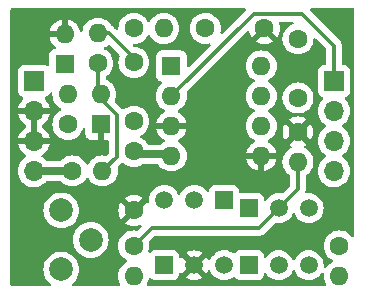
<source format=gbl>
%TF.GenerationSoftware,KiCad,Pcbnew,7.0.2-0*%
%TF.CreationDate,2023-07-19T22:29:02+01:00*%
%TF.ProjectId,serge-gain-cell,73657267-652d-4676-9169-6e2d63656c6c,rev?*%
%TF.SameCoordinates,Original*%
%TF.FileFunction,Copper,L2,Bot*%
%TF.FilePolarity,Positive*%
%FSLAX46Y46*%
G04 Gerber Fmt 4.6, Leading zero omitted, Abs format (unit mm)*
G04 Created by KiCad (PCBNEW 7.0.2-0) date 2023-07-19 22:29:02*
%MOMM*%
%LPD*%
G01*
G04 APERTURE LIST*
%TA.AperFunction,ComponentPad*%
%ADD10C,1.600000*%
%TD*%
%TA.AperFunction,ComponentPad*%
%ADD11O,1.600000X1.600000*%
%TD*%
%TA.AperFunction,ComponentPad*%
%ADD12R,1.500000X1.500000*%
%TD*%
%TA.AperFunction,ComponentPad*%
%ADD13C,1.500000*%
%TD*%
%TA.AperFunction,ComponentPad*%
%ADD14C,2.000000*%
%TD*%
%TA.AperFunction,ComponentPad*%
%ADD15R,1.600000X1.600000*%
%TD*%
%TA.AperFunction,ComponentPad*%
%ADD16R,1.700000X1.700000*%
%TD*%
%TA.AperFunction,ComponentPad*%
%ADD17O,1.700000X1.700000*%
%TD*%
%TA.AperFunction,ViaPad*%
%ADD18C,0.762000*%
%TD*%
%TA.AperFunction,Conductor*%
%ADD19C,0.304800*%
%TD*%
%TA.AperFunction,Conductor*%
%ADD20C,0.635000*%
%TD*%
G04 APERTURE END LIST*
D10*
%TO.P,C2,2*%
%TO.N,/FB*%
X179120800Y-101266000D03*
%TO.P,C2,1*%
%TO.N,/Out*%
X179120800Y-96266000D03*
%TD*%
%TO.P,C4,1*%
%TO.N,-12V*%
X165227000Y-105791000D03*
%TO.P,C4,2*%
%TO.N,GNDREF*%
X165227000Y-110791000D03*
%TD*%
%TO.P,R7,1*%
%TO.N,GNDREF*%
X179120800Y-104140000D03*
D11*
%TO.P,R7,2*%
%TO.N,Net-(Q4-B)*%
X179120800Y-106680000D03*
%TD*%
D10*
%TO.P,R2,1*%
%TO.N,Net-(D2-A)*%
X162179000Y-98327000D03*
D11*
%TO.P,R2,2*%
%TO.N,Net-(C1-Pad1)*%
X162179000Y-95787000D03*
%TD*%
D12*
%TO.P,Q1,1,E*%
%TO.N,Net-(D2-A)*%
X167792400Y-115417600D03*
D13*
%TO.P,Q1,2,B*%
%TO.N,GNDREF*%
X170332400Y-115417600D03*
%TO.P,Q1,3,C*%
%TO.N,/In*%
X172872400Y-115417600D03*
%TD*%
D10*
%TO.P,C3,1*%
%TO.N,GNDREF*%
X176276000Y-95377000D03*
%TO.P,C3,2*%
%TO.N,+12V*%
X171276000Y-95377000D03*
%TD*%
D14*
%TO.P,RV1,1,1*%
%TO.N,-12V*%
X159074800Y-110784000D03*
%TO.P,RV1,2,2*%
%TO.N,Net-(R6-Pad2)*%
X161574800Y-113284000D03*
%TO.P,RV1,3,3*%
%TO.N,+12V*%
X159074800Y-115784000D03*
%TD*%
D10*
%TO.P,R4,1*%
%TO.N,-12V*%
X160020000Y-107442000D03*
D11*
%TO.P,R4,2*%
%TO.N,Net-(D2-A)*%
X162560000Y-107442000D03*
%TD*%
D10*
%TO.P,R5,1*%
%TO.N,/CV*%
X182626000Y-113792000D03*
D11*
%TO.P,R5,2*%
%TO.N,Net-(Q2-B)*%
X182626000Y-116332000D03*
%TD*%
%TO.P,D1,2,A*%
%TO.N,GNDREF*%
X159385000Y-95885000D03*
D15*
%TO.P,D1,1,K*%
%TO.N,Net-(D1-K)*%
X159385000Y-98425000D03*
%TD*%
D10*
%TO.P,C1,1*%
%TO.N,Net-(C1-Pad1)*%
X165227000Y-98247200D03*
%TO.P,C1,2*%
%TO.N,/In*%
X165227000Y-103247200D03*
%TD*%
D13*
%TO.P,Q2,3,C*%
%TO.N,/In*%
X167792400Y-109880400D03*
%TO.P,Q2,2,B*%
%TO.N,Net-(Q2-B)*%
X170332400Y-109880400D03*
D12*
%TO.P,Q2,1,E*%
%TO.N,Net-(D1-K)*%
X172872400Y-109880400D03*
%TD*%
D11*
%TO.P,R3,2*%
%TO.N,+12V*%
X167763400Y-95377000D03*
D10*
%TO.P,R3,1*%
%TO.N,Net-(D1-K)*%
X165223400Y-95377000D03*
%TD*%
D13*
%TO.P,Q4,3,C*%
%TO.N,/FB*%
X180035200Y-110591600D03*
%TO.P,Q4,2,B*%
%TO.N,Net-(Q4-B)*%
X177495200Y-110591600D03*
D12*
%TO.P,Q4,1,E*%
%TO.N,Net-(D1-K)*%
X174955200Y-110591600D03*
%TD*%
D10*
%TO.P,R1,1*%
%TO.N,Net-(C1-Pad1)*%
X159639000Y-103505000D03*
D11*
%TO.P,R1,2*%
%TO.N,Net-(D1-K)*%
X159639000Y-100965000D03*
%TD*%
D10*
%TO.P,R6,1*%
%TO.N,Net-(Q4-B)*%
X165201600Y-113792000D03*
D11*
%TO.P,R6,2*%
%TO.N,Net-(R6-Pad2)*%
X165201600Y-116332000D03*
%TD*%
%TO.P,U1,8,V+*%
%TO.N,+12V*%
X176022000Y-98552000D03*
%TO.P,U1,7*%
%TO.N,/Out*%
X176022000Y-101092000D03*
%TO.P,U1,6,-*%
%TO.N,/FB*%
X176022000Y-103632000D03*
%TO.P,U1,5,+*%
%TO.N,GNDREF*%
X176022000Y-106172000D03*
%TO.P,U1,4,V-*%
%TO.N,-12V*%
X168402000Y-106172000D03*
%TO.P,U1,3,+*%
%TO.N,GNDREF*%
X168402000Y-103632000D03*
%TO.P,U1,2,-*%
%TO.N,/In*%
X168402000Y-101092000D03*
D15*
%TO.P,U1,1*%
%TO.N,Net-(C1-Pad1)*%
X168402000Y-98552000D03*
%TD*%
D11*
%TO.P,D2,2,A*%
%TO.N,Net-(D2-A)*%
X162433000Y-100965000D03*
D15*
%TO.P,D2,1,K*%
%TO.N,GNDREF*%
X162433000Y-103505000D03*
%TD*%
D12*
%TO.P,Q3,1,E*%
%TO.N,Net-(D2-A)*%
X174955200Y-115417600D03*
D13*
%TO.P,Q3,2,B*%
%TO.N,Net-(Q2-B)*%
X177495200Y-115417600D03*
%TO.P,Q3,3,C*%
%TO.N,/FB*%
X180035200Y-115417600D03*
%TD*%
D16*
%TO.P,J2,1,Pin_1*%
%TO.N,/In*%
X182168800Y-99822000D03*
D17*
%TO.P,J2,2,Pin_2*%
%TO.N,/Out*%
X182168800Y-102362000D03*
%TO.P,J2,3,Pin_3*%
%TO.N,/FB*%
X182168800Y-104902000D03*
%TO.P,J2,4,Pin_4*%
%TO.N,/CV*%
X182168800Y-107442000D03*
%TD*%
%TO.P,J3,4,Pin_4*%
%TO.N,-12V*%
X156768800Y-107442000D03*
%TO.P,J3,3,Pin_3*%
%TO.N,GNDREF*%
X156768800Y-104902000D03*
%TO.P,J3,2,Pin_2*%
X156768800Y-102362000D03*
D16*
%TO.P,J3,1,Pin_1*%
%TO.N,+12V*%
X156768800Y-99822000D03*
%TD*%
D18*
%TO.N,GNDREF*%
X158597600Y-113284000D03*
%TD*%
D19*
%TO.N,Net-(D2-A)*%
X162433000Y-100965000D02*
X162433000Y-101320600D01*
X162433000Y-101320600D02*
X163779200Y-102666800D01*
X163779200Y-102666800D02*
X163779200Y-106222800D01*
X163779200Y-106222800D02*
X162560000Y-107442000D01*
%TO.N,/In*%
X182168800Y-99822000D02*
X182168800Y-96824800D01*
X182168800Y-96824800D02*
X179476400Y-94132400D01*
D20*
%TO.N,-12V*%
X156768800Y-107442000D02*
X160020000Y-107442000D01*
D19*
%TO.N,/In*%
X168402000Y-101092000D02*
X175361600Y-94132400D01*
X175361600Y-94132400D02*
X179476400Y-94132400D01*
%TO.N,Net-(Q4-B)*%
X177495200Y-110591600D02*
X179120800Y-108966000D01*
X179120800Y-108966000D02*
X179120800Y-106680000D01*
X165201600Y-113792000D02*
X166725600Y-112268000D01*
X166725600Y-112268000D02*
X175818800Y-112268000D01*
X175818800Y-112268000D02*
X177495200Y-110591600D01*
D20*
%TO.N,-12V*%
X165481000Y-106045000D02*
X168275000Y-106045000D01*
D19*
%TO.N,Net-(D2-A)*%
X162179000Y-98327000D02*
X162179000Y-100711000D01*
%TO.N,Net-(C1-Pad1)*%
X165227000Y-97917000D02*
X163097000Y-95787000D01*
X163097000Y-95787000D02*
X162179000Y-95787000D01*
%TD*%
%TA.AperFunction,Conductor*%
%TO.N,GNDREF*%
G36*
X174656122Y-93690585D02*
G01*
X174701877Y-93743389D01*
X174711821Y-93812547D01*
X174682796Y-93876103D01*
X174676764Y-93882581D01*
X172755957Y-95803387D01*
X172694634Y-95836872D01*
X172624942Y-95831888D01*
X172569009Y-95790016D01*
X172544592Y-95724552D01*
X172548502Y-95683611D01*
X172549393Y-95680289D01*
X172569543Y-95605087D01*
X172589498Y-95377000D01*
X172569543Y-95148913D01*
X172510284Y-94927757D01*
X172413523Y-94720251D01*
X172282198Y-94532700D01*
X172120300Y-94370802D01*
X171932749Y-94239477D01*
X171932746Y-94239476D01*
X171932744Y-94239474D01*
X171725246Y-94142717D01*
X171725243Y-94142716D01*
X171614665Y-94113086D01*
X171504084Y-94083456D01*
X171275999Y-94063501D01*
X171047915Y-94083456D01*
X170826753Y-94142717D01*
X170619255Y-94239474D01*
X170431696Y-94370805D01*
X170269805Y-94532696D01*
X170138474Y-94720255D01*
X170041717Y-94927753D01*
X169982456Y-95148915D01*
X169962501Y-95377000D01*
X169982456Y-95605084D01*
X169995462Y-95653621D01*
X170040934Y-95823326D01*
X170041717Y-95826246D01*
X170138474Y-96033744D01*
X170138475Y-96033745D01*
X170138477Y-96033749D01*
X170269802Y-96221300D01*
X170431700Y-96383198D01*
X170619251Y-96514523D01*
X170619254Y-96514524D01*
X170619255Y-96514525D01*
X170621151Y-96515409D01*
X170826757Y-96611284D01*
X171047913Y-96670543D01*
X171276000Y-96690498D01*
X171504087Y-96670543D01*
X171523001Y-96665475D01*
X171582612Y-96649502D01*
X171652461Y-96651163D01*
X171710324Y-96690325D01*
X171737829Y-96754553D01*
X171726243Y-96823455D01*
X171702387Y-96856957D01*
X169922181Y-98637164D01*
X169860858Y-98670649D01*
X169791166Y-98665665D01*
X169735233Y-98623793D01*
X169710816Y-98558329D01*
X169710500Y-98549483D01*
X169710500Y-97706671D01*
X169710500Y-97703362D01*
X169703989Y-97642799D01*
X169703988Y-97642797D01*
X169703988Y-97642794D01*
X169652889Y-97505796D01*
X169565261Y-97388738D01*
X169448203Y-97301110D01*
X169311205Y-97250011D01*
X169253924Y-97243853D01*
X169253918Y-97243852D01*
X169250638Y-97243500D01*
X167553362Y-97243500D01*
X167550082Y-97243852D01*
X167550075Y-97243853D01*
X167492794Y-97250011D01*
X167355796Y-97301110D01*
X167238738Y-97388738D01*
X167151110Y-97505796D01*
X167100011Y-97642794D01*
X167093853Y-97700075D01*
X167093500Y-97703362D01*
X167093500Y-99400638D01*
X167093852Y-99403918D01*
X167093853Y-99403924D01*
X167100011Y-99461205D01*
X167151110Y-99598203D01*
X167238738Y-99715261D01*
X167355796Y-99802889D01*
X167492794Y-99853988D01*
X167492797Y-99853988D01*
X167492799Y-99853989D01*
X167507497Y-99855569D01*
X167572048Y-99882307D01*
X167611897Y-99939699D01*
X167614391Y-100009524D01*
X167578739Y-100069613D01*
X167565368Y-100080433D01*
X167557698Y-100085803D01*
X167395805Y-100247696D01*
X167264474Y-100435255D01*
X167167717Y-100642753D01*
X167108456Y-100863915D01*
X167088501Y-101092000D01*
X167108456Y-101320084D01*
X167133686Y-101414243D01*
X167155080Y-101494087D01*
X167167717Y-101541246D01*
X167264474Y-101748744D01*
X167264476Y-101748746D01*
X167264477Y-101748749D01*
X167395802Y-101936300D01*
X167557700Y-102098198D01*
X167745251Y-102229523D01*
X167798401Y-102254307D01*
X167850839Y-102300477D01*
X167869992Y-102367670D01*
X167849777Y-102434552D01*
X167798403Y-102479069D01*
X167749520Y-102501864D01*
X167563180Y-102632341D01*
X167402341Y-102793180D01*
X167271865Y-102979519D01*
X167175733Y-103185673D01*
X167123128Y-103381999D01*
X167123128Y-103382000D01*
X168086314Y-103382000D01*
X168074359Y-103393955D01*
X168016835Y-103506852D01*
X167997014Y-103632000D01*
X168016835Y-103757148D01*
X168074359Y-103870045D01*
X168086314Y-103882000D01*
X167123128Y-103882000D01*
X167175733Y-104078326D01*
X167271865Y-104284480D01*
X167402341Y-104470819D01*
X167563180Y-104631658D01*
X167749516Y-104762132D01*
X167798400Y-104784927D01*
X167850839Y-104831099D01*
X167869992Y-104898292D01*
X167849777Y-104965174D01*
X167798402Y-105009691D01*
X167745256Y-105034474D01*
X167745255Y-105034475D01*
X167745251Y-105034477D01*
X167557700Y-105165802D01*
X167557696Y-105165805D01*
X167540821Y-105182681D01*
X167479498Y-105216166D01*
X167453140Y-105219000D01*
X166483039Y-105219000D01*
X166416000Y-105199315D01*
X166370658Y-105147406D01*
X166364525Y-105134256D01*
X166364523Y-105134251D01*
X166233198Y-104946700D01*
X166071300Y-104784802D01*
X165883749Y-104653477D01*
X165836577Y-104631480D01*
X165784140Y-104585311D01*
X165764988Y-104518117D01*
X165785203Y-104451236D01*
X165836577Y-104406719D01*
X165883749Y-104384723D01*
X166071300Y-104253398D01*
X166233198Y-104091500D01*
X166364523Y-103903949D01*
X166461284Y-103696443D01*
X166520543Y-103475287D01*
X166540498Y-103247200D01*
X166520543Y-103019113D01*
X166461284Y-102797957D01*
X166394094Y-102653867D01*
X166364525Y-102590455D01*
X166364524Y-102590454D01*
X166364523Y-102590451D01*
X166233198Y-102402900D01*
X166071300Y-102241002D01*
X165883749Y-102109677D01*
X165883746Y-102109676D01*
X165883744Y-102109674D01*
X165676246Y-102012917D01*
X165676243Y-102012916D01*
X165565664Y-101983286D01*
X165455084Y-101953656D01*
X165227000Y-101933701D01*
X164998915Y-101953656D01*
X164777753Y-102012917D01*
X164570251Y-102109676D01*
X164413969Y-102219106D01*
X164347763Y-102241433D01*
X164279996Y-102224423D01*
X164260620Y-102210347D01*
X164235203Y-102187830D01*
X164229748Y-102182695D01*
X163663171Y-101616118D01*
X163629686Y-101554795D01*
X163634670Y-101485103D01*
X163638462Y-101476050D01*
X163667284Y-101414243D01*
X163726543Y-101193087D01*
X163746498Y-100965000D01*
X163726543Y-100736913D01*
X163667284Y-100515757D01*
X163570523Y-100308251D01*
X163439198Y-100120700D01*
X163277300Y-99958802D01*
X163089749Y-99827477D01*
X162932468Y-99754136D01*
X162911495Y-99744356D01*
X162859056Y-99698184D01*
X162839900Y-99631974D01*
X162839900Y-99526166D01*
X162859585Y-99459127D01*
X162892773Y-99424593D01*
X163023300Y-99333198D01*
X163185198Y-99171300D01*
X163316523Y-98983749D01*
X163413284Y-98776243D01*
X163472543Y-98555087D01*
X163492498Y-98327000D01*
X163472543Y-98098913D01*
X163413284Y-97877757D01*
X163316523Y-97670251D01*
X163185198Y-97482700D01*
X163023300Y-97320802D01*
X162835749Y-97189477D01*
X162792653Y-97169381D01*
X162740214Y-97123208D01*
X162721063Y-97056014D01*
X162741279Y-96989133D01*
X162792654Y-96944618D01*
X162835749Y-96924523D01*
X163023300Y-96793198D01*
X163023302Y-96793195D01*
X163023496Y-96793060D01*
X163089702Y-96770733D01*
X163157470Y-96787743D01*
X163182301Y-96806954D01*
X163988750Y-97613403D01*
X164022235Y-97674726D01*
X164017251Y-97744418D01*
X164013452Y-97753487D01*
X163992716Y-97797955D01*
X163933456Y-98019115D01*
X163913501Y-98247199D01*
X163933456Y-98475284D01*
X163955708Y-98558329D01*
X163985804Y-98670649D01*
X163992717Y-98696446D01*
X164089474Y-98903944D01*
X164089476Y-98903946D01*
X164089477Y-98903949D01*
X164220802Y-99091500D01*
X164382700Y-99253398D01*
X164570251Y-99384723D01*
X164570254Y-99384724D01*
X164570255Y-99384725D01*
X164604381Y-99400638D01*
X164777757Y-99481484D01*
X164998913Y-99540743D01*
X165227000Y-99560698D01*
X165455087Y-99540743D01*
X165676243Y-99481484D01*
X165883749Y-99384723D01*
X166071300Y-99253398D01*
X166233198Y-99091500D01*
X166364523Y-98903949D01*
X166461284Y-98696443D01*
X166520543Y-98475287D01*
X166540498Y-98247200D01*
X166520543Y-98019113D01*
X166461284Y-97797957D01*
X166364523Y-97590451D01*
X166233198Y-97402900D01*
X166071300Y-97241002D01*
X165883749Y-97109677D01*
X165883746Y-97109676D01*
X165883744Y-97109674D01*
X165676246Y-97012917D01*
X165676243Y-97012916D01*
X165501491Y-96966091D01*
X165455084Y-96953656D01*
X165247219Y-96935470D01*
X165182151Y-96910017D01*
X165141172Y-96853427D01*
X165137294Y-96783665D01*
X165171748Y-96722880D01*
X165233595Y-96690373D01*
X165247220Y-96688414D01*
X165451487Y-96670543D01*
X165672643Y-96611284D01*
X165880149Y-96514523D01*
X166067700Y-96383198D01*
X166229598Y-96221300D01*
X166360923Y-96033749D01*
X166381017Y-95990655D01*
X166427190Y-95938215D01*
X166494383Y-95919063D01*
X166561264Y-95939278D01*
X166605782Y-95990655D01*
X166625877Y-96033749D01*
X166757202Y-96221300D01*
X166919100Y-96383198D01*
X167106651Y-96514523D01*
X167106654Y-96514524D01*
X167106655Y-96514525D01*
X167108551Y-96515409D01*
X167314157Y-96611284D01*
X167535313Y-96670543D01*
X167665879Y-96681966D01*
X167763399Y-96690498D01*
X167763399Y-96690497D01*
X167763400Y-96690498D01*
X167991487Y-96670543D01*
X168212643Y-96611284D01*
X168420149Y-96514523D01*
X168607700Y-96383198D01*
X168769598Y-96221300D01*
X168900923Y-96033749D01*
X168997684Y-95826243D01*
X169056943Y-95605087D01*
X169076898Y-95377000D01*
X169056943Y-95148913D01*
X168997684Y-94927757D01*
X168900923Y-94720251D01*
X168769598Y-94532700D01*
X168607700Y-94370802D01*
X168420149Y-94239477D01*
X168420146Y-94239476D01*
X168420144Y-94239474D01*
X168212646Y-94142717D01*
X168212643Y-94142716D01*
X168102065Y-94113086D01*
X167991484Y-94083456D01*
X167763400Y-94063501D01*
X167535315Y-94083456D01*
X167314153Y-94142717D01*
X167106655Y-94239474D01*
X166919096Y-94370805D01*
X166757205Y-94532696D01*
X166757202Y-94532699D01*
X166757202Y-94532700D01*
X166625877Y-94720251D01*
X166625875Y-94720254D01*
X166605780Y-94763347D01*
X166559607Y-94815785D01*
X166492413Y-94834936D01*
X166425532Y-94814719D01*
X166381018Y-94763345D01*
X166360923Y-94720251D01*
X166229598Y-94532700D01*
X166067700Y-94370802D01*
X165880149Y-94239477D01*
X165880146Y-94239476D01*
X165880144Y-94239474D01*
X165672646Y-94142717D01*
X165672643Y-94142716D01*
X165562065Y-94113086D01*
X165451484Y-94083456D01*
X165223400Y-94063501D01*
X164995315Y-94083456D01*
X164774153Y-94142717D01*
X164566655Y-94239474D01*
X164379096Y-94370805D01*
X164217205Y-94532696D01*
X164085874Y-94720255D01*
X163989117Y-94927753D01*
X163929856Y-95148915D01*
X163909888Y-95377151D01*
X163884436Y-95442220D01*
X163827845Y-95483199D01*
X163758083Y-95487077D01*
X163698679Y-95454026D01*
X163666349Y-95421696D01*
X163581094Y-95336441D01*
X163575977Y-95331005D01*
X163575268Y-95330205D01*
X163538477Y-95288676D01*
X163534422Y-95285877D01*
X163491943Y-95256555D01*
X163485911Y-95252117D01*
X163441419Y-95217260D01*
X163433281Y-95213597D01*
X163413739Y-95202575D01*
X163406393Y-95197505D01*
X163406391Y-95197504D01*
X163382427Y-95188415D01*
X163326726Y-95146237D01*
X163321128Y-95136828D01*
X163315281Y-95128477D01*
X163185198Y-94942700D01*
X163023300Y-94780802D01*
X162835749Y-94649477D01*
X162835746Y-94649476D01*
X162835744Y-94649474D01*
X162628246Y-94552717D01*
X162628243Y-94552716D01*
X162517664Y-94523086D01*
X162407084Y-94493456D01*
X162179000Y-94473501D01*
X161950915Y-94493456D01*
X161729753Y-94552717D01*
X161522255Y-94649474D01*
X161334696Y-94780805D01*
X161172805Y-94942696D01*
X161041474Y-95130255D01*
X160944717Y-95337752D01*
X160884245Y-95563433D01*
X160847879Y-95623093D01*
X160785032Y-95653621D01*
X160715656Y-95645326D01*
X160661779Y-95600840D01*
X160644695Y-95563431D01*
X160611266Y-95438674D01*
X160515134Y-95232519D01*
X160384658Y-95046180D01*
X160223819Y-94885341D01*
X160037480Y-94754865D01*
X159831326Y-94658733D01*
X159635000Y-94606126D01*
X159635000Y-95569314D01*
X159623045Y-95557359D01*
X159510148Y-95499835D01*
X159416481Y-95485000D01*
X159353519Y-95485000D01*
X159259852Y-95499835D01*
X159146955Y-95557359D01*
X159135000Y-95569314D01*
X159135000Y-94606127D01*
X159134999Y-94606126D01*
X158938673Y-94658733D01*
X158732519Y-94754865D01*
X158546180Y-94885341D01*
X158385341Y-95046180D01*
X158254865Y-95232519D01*
X158158733Y-95438673D01*
X158106128Y-95634999D01*
X158106128Y-95635000D01*
X159069314Y-95635000D01*
X159057359Y-95646955D01*
X158999835Y-95759852D01*
X158980014Y-95885000D01*
X158999835Y-96010148D01*
X159057359Y-96123045D01*
X159069314Y-96135000D01*
X158106128Y-96135000D01*
X158158733Y-96331326D01*
X158254865Y-96537480D01*
X158385341Y-96723819D01*
X158546181Y-96884659D01*
X158561211Y-96895183D01*
X158604837Y-96949760D01*
X158612031Y-97019258D01*
X158580509Y-97081613D01*
X158520280Y-97117028D01*
X158503346Y-97120048D01*
X158475798Y-97123010D01*
X158338796Y-97174110D01*
X158221738Y-97261738D01*
X158134110Y-97378796D01*
X158083011Y-97515794D01*
X158079785Y-97545802D01*
X158076500Y-97576362D01*
X158076500Y-97579671D01*
X158076500Y-98431714D01*
X158056815Y-98498753D01*
X158004011Y-98544508D01*
X157934853Y-98554452D01*
X157878191Y-98530983D01*
X157865001Y-98521109D01*
X157728005Y-98470011D01*
X157670724Y-98463853D01*
X157670718Y-98463852D01*
X157667438Y-98463500D01*
X155870162Y-98463500D01*
X155866882Y-98463852D01*
X155866875Y-98463853D01*
X155809594Y-98470011D01*
X155672596Y-98521110D01*
X155555538Y-98608738D01*
X155467910Y-98725796D01*
X155416811Y-98862794D01*
X155412387Y-98903949D01*
X155410300Y-98923362D01*
X155410300Y-100720638D01*
X155410652Y-100723918D01*
X155410653Y-100723924D01*
X155416811Y-100781205D01*
X155467910Y-100918203D01*
X155555538Y-101035261D01*
X155631333Y-101092000D01*
X155672596Y-101122889D01*
X155802182Y-101171222D01*
X155858113Y-101213093D01*
X155882530Y-101278557D01*
X155867678Y-101346830D01*
X155846528Y-101375084D01*
X155730688Y-101490924D01*
X155595200Y-101684421D01*
X155495369Y-101898507D01*
X155438164Y-102111999D01*
X155438164Y-102112000D01*
X156335114Y-102112000D01*
X156309307Y-102152156D01*
X156268800Y-102290111D01*
X156268800Y-102433889D01*
X156309307Y-102571844D01*
X156335114Y-102612000D01*
X155438164Y-102612000D01*
X155495369Y-102825492D01*
X155595199Y-103039576D01*
X155730693Y-103233081D01*
X155897718Y-103400106D01*
X156083831Y-103530425D01*
X156127456Y-103585002D01*
X156134648Y-103654501D01*
X156103126Y-103716855D01*
X156083831Y-103733575D01*
X155897718Y-103863893D01*
X155730690Y-104030921D01*
X155595200Y-104224421D01*
X155495369Y-104438507D01*
X155438164Y-104651999D01*
X155438164Y-104652000D01*
X156335114Y-104652000D01*
X156309307Y-104692156D01*
X156268800Y-104830111D01*
X156268800Y-104973889D01*
X156309307Y-105111844D01*
X156335114Y-105152000D01*
X155438164Y-105152000D01*
X155495369Y-105365492D01*
X155595199Y-105579576D01*
X155730693Y-105773081D01*
X155897718Y-105940106D01*
X156078602Y-106066763D01*
X156122226Y-106121340D01*
X156129419Y-106190839D01*
X156097897Y-106253193D01*
X156066498Y-106277392D01*
X156023222Y-106300812D01*
X155845560Y-106439094D01*
X155693079Y-106604730D01*
X155569938Y-106793211D01*
X155519550Y-106908087D01*
X155479504Y-106999384D01*
X155435878Y-107171658D01*
X155424235Y-107217636D01*
X155405643Y-107442000D01*
X155424235Y-107666363D01*
X155424235Y-107666366D01*
X155424236Y-107666368D01*
X155466222Y-107832168D01*
X155479505Y-107884618D01*
X155569938Y-108090788D01*
X155569940Y-108090791D01*
X155693078Y-108279268D01*
X155845560Y-108444906D01*
X156023224Y-108583189D01*
X156221226Y-108690342D01*
X156434165Y-108763444D01*
X156656231Y-108800500D01*
X156881369Y-108800500D01*
X157103435Y-108763444D01*
X157316374Y-108690342D01*
X157514376Y-108583189D01*
X157692040Y-108444906D01*
X157763816Y-108366936D01*
X157818057Y-108308017D01*
X157877944Y-108272026D01*
X157909286Y-108268000D01*
X158944140Y-108268000D01*
X159011179Y-108287685D01*
X159031821Y-108304319D01*
X159175700Y-108448198D01*
X159363251Y-108579523D01*
X159363254Y-108579524D01*
X159363255Y-108579525D01*
X159443821Y-108617093D01*
X159570757Y-108676284D01*
X159791913Y-108735543D01*
X159943970Y-108748846D01*
X160019999Y-108755498D01*
X160019999Y-108755497D01*
X160020000Y-108755498D01*
X160248087Y-108735543D01*
X160469243Y-108676284D01*
X160676749Y-108579523D01*
X160864300Y-108448198D01*
X161026198Y-108286300D01*
X161157523Y-108098749D01*
X161177617Y-108055655D01*
X161223790Y-108003215D01*
X161290983Y-107984063D01*
X161357864Y-108004278D01*
X161402382Y-108055655D01*
X161422477Y-108098749D01*
X161553802Y-108286300D01*
X161715700Y-108448198D01*
X161903251Y-108579523D01*
X161903254Y-108579524D01*
X161903255Y-108579525D01*
X161983821Y-108617093D01*
X162110757Y-108676284D01*
X162331913Y-108735543D01*
X162560000Y-108755498D01*
X162788087Y-108735543D01*
X163009243Y-108676284D01*
X163216749Y-108579523D01*
X163404300Y-108448198D01*
X163566198Y-108286300D01*
X163697523Y-108098749D01*
X163794284Y-107891243D01*
X163853543Y-107670087D01*
X163873498Y-107442000D01*
X163853543Y-107213913D01*
X163844430Y-107179904D01*
X163846091Y-107110056D01*
X163876521Y-107060130D01*
X164173396Y-106763256D01*
X164234719Y-106729771D01*
X164304411Y-106734755D01*
X164348757Y-106763256D01*
X164382700Y-106797198D01*
X164570251Y-106928523D01*
X164777757Y-107025284D01*
X164998913Y-107084543D01*
X165227000Y-107104498D01*
X165455087Y-107084543D01*
X165676243Y-107025284D01*
X165883749Y-106928523D01*
X165912939Y-106908084D01*
X165933875Y-106893425D01*
X166000082Y-106871098D01*
X166004998Y-106871000D01*
X167229512Y-106871000D01*
X167296551Y-106890685D01*
X167331086Y-106923876D01*
X167395802Y-107016300D01*
X167557700Y-107178198D01*
X167745251Y-107309523D01*
X167952757Y-107406284D01*
X168173913Y-107465543D01*
X168402000Y-107485498D01*
X168630087Y-107465543D01*
X168851243Y-107406284D01*
X169058749Y-107309523D01*
X169246300Y-107178198D01*
X169408198Y-107016300D01*
X169539523Y-106828749D01*
X169636284Y-106621243D01*
X169695543Y-106400087D01*
X169715498Y-106172000D01*
X169714764Y-106163616D01*
X169704229Y-106043190D01*
X169695543Y-105943913D01*
X169636284Y-105722757D01*
X169569518Y-105579576D01*
X169539525Y-105515255D01*
X169539524Y-105515254D01*
X169539523Y-105515251D01*
X169408198Y-105327700D01*
X169246300Y-105165802D01*
X169058749Y-105034477D01*
X169058748Y-105034476D01*
X169058746Y-105034475D01*
X169005598Y-105009692D01*
X168953159Y-104963519D01*
X168934007Y-104896325D01*
X168954223Y-104829444D01*
X169005600Y-104784927D01*
X169054481Y-104762133D01*
X169240819Y-104631658D01*
X169401658Y-104470819D01*
X169532134Y-104284480D01*
X169628266Y-104078326D01*
X169680872Y-103882000D01*
X168717686Y-103882000D01*
X168729641Y-103870045D01*
X168787165Y-103757148D01*
X168806986Y-103632000D01*
X168806986Y-103631999D01*
X174708501Y-103631999D01*
X174728456Y-103860084D01*
X174740210Y-103903949D01*
X174786934Y-104078326D01*
X174787717Y-104081246D01*
X174884474Y-104288744D01*
X174884476Y-104288746D01*
X174884477Y-104288749D01*
X175015802Y-104476300D01*
X175177700Y-104638198D01*
X175365251Y-104769523D01*
X175418401Y-104794307D01*
X175470839Y-104840477D01*
X175489992Y-104907670D01*
X175469777Y-104974552D01*
X175418403Y-105019069D01*
X175369520Y-105041864D01*
X175183180Y-105172341D01*
X175022341Y-105333180D01*
X174891865Y-105519519D01*
X174795733Y-105725673D01*
X174743128Y-105921999D01*
X174743128Y-105922000D01*
X175706314Y-105922000D01*
X175694359Y-105933955D01*
X175636835Y-106046852D01*
X175617014Y-106172000D01*
X175636835Y-106297148D01*
X175694359Y-106410045D01*
X175706314Y-106422000D01*
X174743128Y-106422000D01*
X174795733Y-106618326D01*
X174891865Y-106824480D01*
X175022341Y-107010819D01*
X175183180Y-107171658D01*
X175369519Y-107302134D01*
X175575673Y-107398266D01*
X175771999Y-107450871D01*
X175772000Y-107450871D01*
X175772000Y-106487686D01*
X175783955Y-106499641D01*
X175896852Y-106557165D01*
X175990519Y-106572000D01*
X176053481Y-106572000D01*
X176147148Y-106557165D01*
X176260045Y-106499641D01*
X176272000Y-106487686D01*
X176272000Y-107450871D01*
X176468326Y-107398266D01*
X176674480Y-107302134D01*
X176860819Y-107171658D01*
X177021658Y-107010819D01*
X177152134Y-106824480D01*
X177248266Y-106618326D01*
X177300872Y-106422000D01*
X176337686Y-106422000D01*
X176349641Y-106410045D01*
X176407165Y-106297148D01*
X176426986Y-106172000D01*
X176407165Y-106046852D01*
X176349641Y-105933955D01*
X176337686Y-105922000D01*
X177300872Y-105922000D01*
X177300871Y-105921999D01*
X177248266Y-105725673D01*
X177152134Y-105519519D01*
X177021658Y-105333180D01*
X176860819Y-105172341D01*
X176674482Y-105041866D01*
X176625597Y-105019070D01*
X176573158Y-104972897D01*
X176554007Y-104905703D01*
X176574223Y-104838822D01*
X176625595Y-104794308D01*
X176678749Y-104769523D01*
X176866300Y-104638198D01*
X177028198Y-104476300D01*
X177159523Y-104288749D01*
X177256284Y-104081243D01*
X177315543Y-103860087D01*
X177335498Y-103632000D01*
X177315543Y-103403913D01*
X177256284Y-103182757D01*
X177179976Y-103019113D01*
X177159525Y-102975255D01*
X177159524Y-102975254D01*
X177159523Y-102975251D01*
X177028198Y-102787700D01*
X176866300Y-102625802D01*
X176678749Y-102494477D01*
X176635653Y-102474381D01*
X176583214Y-102428208D01*
X176564063Y-102361014D01*
X176584279Y-102294133D01*
X176635654Y-102249618D01*
X176678749Y-102229523D01*
X176866300Y-102098198D01*
X177028198Y-101936300D01*
X177159523Y-101748749D01*
X177256284Y-101541243D01*
X177315543Y-101320087D01*
X177320275Y-101265999D01*
X177807301Y-101265999D01*
X177827256Y-101494084D01*
X177886517Y-101715246D01*
X177983274Y-101922744D01*
X177983276Y-101922746D01*
X177983277Y-101922749D01*
X178114602Y-102110300D01*
X178276500Y-102272198D01*
X178464051Y-102403523D01*
X178464054Y-102403524D01*
X178464055Y-102403525D01*
X178530593Y-102434552D01*
X178671557Y-102500284D01*
X178892713Y-102559543D01*
X179120800Y-102579498D01*
X179348887Y-102559543D01*
X179570043Y-102500284D01*
X179777549Y-102403523D01*
X179965100Y-102272198D01*
X180126998Y-102110300D01*
X180258323Y-101922749D01*
X180355084Y-101715243D01*
X180414343Y-101494087D01*
X180434298Y-101266000D01*
X180430344Y-101220811D01*
X180414343Y-101037915D01*
X180414343Y-101037913D01*
X180355084Y-100816757D01*
X180273270Y-100641306D01*
X180258325Y-100609255D01*
X180258324Y-100609254D01*
X180258323Y-100609251D01*
X180126998Y-100421700D01*
X179965100Y-100259802D01*
X179777549Y-100128477D01*
X179777546Y-100128476D01*
X179777544Y-100128474D01*
X179570046Y-100031717D01*
X179570043Y-100031716D01*
X179459464Y-100002086D01*
X179348884Y-99972456D01*
X179120799Y-99952501D01*
X178892715Y-99972456D01*
X178671553Y-100031717D01*
X178464055Y-100128474D01*
X178464050Y-100128477D01*
X178464051Y-100128477D01*
X178293784Y-100247700D01*
X178276496Y-100259805D01*
X178114605Y-100421696D01*
X178114602Y-100421699D01*
X178114602Y-100421700D01*
X178105111Y-100435255D01*
X177983274Y-100609255D01*
X177886517Y-100816753D01*
X177827256Y-101037915D01*
X177807301Y-101265999D01*
X177320275Y-101265999D01*
X177335498Y-101092000D01*
X177315543Y-100863913D01*
X177256284Y-100642757D01*
X177159523Y-100435251D01*
X177028198Y-100247700D01*
X176866300Y-100085802D01*
X176678749Y-99954477D01*
X176674511Y-99952501D01*
X176635655Y-99934382D01*
X176583215Y-99888210D01*
X176564063Y-99821017D01*
X176584278Y-99754136D01*
X176635655Y-99709618D01*
X176638882Y-99708112D01*
X176678749Y-99689523D01*
X176866300Y-99558198D01*
X177028198Y-99396300D01*
X177159523Y-99208749D01*
X177256284Y-99001243D01*
X177315543Y-98780087D01*
X177335498Y-98552000D01*
X177315543Y-98323913D01*
X177256284Y-98102757D01*
X177159523Y-97895251D01*
X177028198Y-97707700D01*
X176866300Y-97545802D01*
X176678749Y-97414477D01*
X176678746Y-97414476D01*
X176678744Y-97414474D01*
X176471246Y-97317717D01*
X176471243Y-97317716D01*
X176262332Y-97261738D01*
X176250084Y-97258456D01*
X176021999Y-97238501D01*
X175793915Y-97258456D01*
X175572753Y-97317717D01*
X175365255Y-97414474D01*
X175177696Y-97545805D01*
X175015805Y-97707696D01*
X174884474Y-97895255D01*
X174787717Y-98102753D01*
X174728456Y-98323915D01*
X174708501Y-98551999D01*
X174728456Y-98780084D01*
X174728457Y-98780087D01*
X174783028Y-98983749D01*
X174787717Y-99001246D01*
X174884474Y-99208744D01*
X174884476Y-99208746D01*
X174884477Y-99208749D01*
X175015802Y-99396300D01*
X175177700Y-99558198D01*
X175365251Y-99689523D01*
X175405334Y-99708214D01*
X175408345Y-99709618D01*
X175460784Y-99755791D01*
X175479936Y-99822984D01*
X175459720Y-99889865D01*
X175408345Y-99934382D01*
X175369486Y-99952502D01*
X175365251Y-99954477D01*
X175185368Y-100080433D01*
X175177696Y-100085805D01*
X175015805Y-100247696D01*
X174884474Y-100435255D01*
X174787717Y-100642753D01*
X174728456Y-100863915D01*
X174708501Y-101091999D01*
X174728456Y-101320084D01*
X174753686Y-101414243D01*
X174775080Y-101494087D01*
X174787717Y-101541246D01*
X174884474Y-101748744D01*
X174884476Y-101748746D01*
X174884477Y-101748749D01*
X175015802Y-101936300D01*
X175177700Y-102098198D01*
X175365251Y-102229523D01*
X175405334Y-102248214D01*
X175408345Y-102249618D01*
X175460784Y-102295791D01*
X175479936Y-102362984D01*
X175459720Y-102429865D01*
X175408345Y-102474382D01*
X175365253Y-102494476D01*
X175365251Y-102494477D01*
X175177700Y-102625802D01*
X175177696Y-102625805D01*
X175015805Y-102787696D01*
X174884474Y-102975255D01*
X174787717Y-103182753D01*
X174728456Y-103403915D01*
X174708501Y-103631999D01*
X168806986Y-103631999D01*
X168787165Y-103506852D01*
X168729641Y-103393955D01*
X168717686Y-103382000D01*
X169680872Y-103382000D01*
X169680871Y-103381999D01*
X169628266Y-103185673D01*
X169532134Y-102979519D01*
X169401658Y-102793180D01*
X169240819Y-102632341D01*
X169054482Y-102501866D01*
X169005597Y-102479070D01*
X168953158Y-102432897D01*
X168934007Y-102365703D01*
X168954223Y-102298822D01*
X169005595Y-102254308D01*
X169058749Y-102229523D01*
X169246300Y-102098198D01*
X169408198Y-101936300D01*
X169539523Y-101748749D01*
X169636284Y-101541243D01*
X169695543Y-101320087D01*
X169715498Y-101092000D01*
X169695543Y-100863913D01*
X169686430Y-100829904D01*
X169688091Y-100760056D01*
X169718521Y-100710130D01*
X174803953Y-95624699D01*
X174865273Y-95591217D01*
X174934965Y-95596201D01*
X174990898Y-95638073D01*
X175011406Y-95680289D01*
X175049733Y-95823326D01*
X175145866Y-96029484D01*
X175196972Y-96102471D01*
X175196973Y-96102472D01*
X175878045Y-95421399D01*
X175890835Y-95502148D01*
X175948359Y-95615045D01*
X176037955Y-95704641D01*
X176150852Y-95762165D01*
X176231599Y-95774953D01*
X175550526Y-96456025D01*
X175550526Y-96456026D01*
X175623515Y-96507133D01*
X175829673Y-96603266D01*
X176049397Y-96662141D01*
X176276000Y-96681966D01*
X176502602Y-96662141D01*
X176722326Y-96603266D01*
X176928480Y-96507134D01*
X177001472Y-96456025D01*
X176320401Y-95774953D01*
X176401148Y-95762165D01*
X176514045Y-95704641D01*
X176603641Y-95615045D01*
X176661165Y-95502148D01*
X176673953Y-95421400D01*
X177355025Y-96102472D01*
X177406134Y-96029480D01*
X177502266Y-95823326D01*
X177561141Y-95603602D01*
X177580966Y-95376999D01*
X177561141Y-95150397D01*
X177507283Y-94949394D01*
X177508946Y-94879544D01*
X177548108Y-94821681D01*
X177612337Y-94794177D01*
X177627058Y-94793300D01*
X178623514Y-94793300D01*
X178690553Y-94812985D01*
X178736308Y-94865789D01*
X178746252Y-94934947D01*
X178717227Y-94998503D01*
X178675918Y-95029682D01*
X178464055Y-95128474D01*
X178378449Y-95188416D01*
X178284177Y-95254427D01*
X178276496Y-95259805D01*
X178114605Y-95421696D01*
X178114602Y-95421699D01*
X178114602Y-95421700D01*
X178102717Y-95438674D01*
X177983274Y-95609255D01*
X177886517Y-95816753D01*
X177827256Y-96037915D01*
X177807301Y-96265999D01*
X177827256Y-96494084D01*
X177827257Y-96494087D01*
X177877599Y-96681966D01*
X177886517Y-96715246D01*
X177983274Y-96922744D01*
X177983276Y-96922746D01*
X177983277Y-96922749D01*
X178114602Y-97110300D01*
X178276500Y-97272198D01*
X178464051Y-97403523D01*
X178464054Y-97403524D01*
X178464055Y-97403525D01*
X178487542Y-97414477D01*
X178671557Y-97500284D01*
X178892713Y-97559543D01*
X179044770Y-97572846D01*
X179120799Y-97579498D01*
X179120799Y-97579497D01*
X179120800Y-97579498D01*
X179348887Y-97559543D01*
X179570043Y-97500284D01*
X179777549Y-97403523D01*
X179965100Y-97272198D01*
X180126998Y-97110300D01*
X180258323Y-96922749D01*
X180355084Y-96715243D01*
X180414343Y-96494087D01*
X180430514Y-96309250D01*
X180455966Y-96244182D01*
X180512557Y-96203203D01*
X180582319Y-96199325D01*
X180641723Y-96232377D01*
X181471581Y-97062234D01*
X181505066Y-97123557D01*
X181507900Y-97149915D01*
X181507900Y-98339500D01*
X181488215Y-98406539D01*
X181435411Y-98452294D01*
X181383900Y-98463500D01*
X181270162Y-98463500D01*
X181266882Y-98463852D01*
X181266875Y-98463853D01*
X181209594Y-98470011D01*
X181072596Y-98521110D01*
X180955538Y-98608738D01*
X180867910Y-98725796D01*
X180816811Y-98862794D01*
X180812387Y-98903949D01*
X180810300Y-98923362D01*
X180810300Y-100720638D01*
X180810652Y-100723918D01*
X180810653Y-100723924D01*
X180816811Y-100781205D01*
X180867910Y-100918203D01*
X180955538Y-101035261D01*
X181031333Y-101092000D01*
X181072596Y-101122889D01*
X181190396Y-101166826D01*
X181246327Y-101208697D01*
X181270744Y-101274161D01*
X181255892Y-101342434D01*
X181238290Y-101366990D01*
X181093079Y-101524730D01*
X180969938Y-101713211D01*
X180888661Y-101898507D01*
X180879504Y-101919384D01*
X180855818Y-102012917D01*
X180824235Y-102137636D01*
X180805643Y-102361999D01*
X180824235Y-102586363D01*
X180824235Y-102586366D01*
X180824236Y-102586368D01*
X180875220Y-102787700D01*
X180879505Y-102804618D01*
X180969938Y-103010788D01*
X180969940Y-103010791D01*
X181093078Y-103199268D01*
X181245560Y-103364906D01*
X181423224Y-103503189D01*
X181459730Y-103522945D01*
X181509320Y-103572162D01*
X181524430Y-103640379D01*
X181500259Y-103705935D01*
X181459733Y-103741052D01*
X181423227Y-103760809D01*
X181423225Y-103760810D01*
X181423224Y-103760811D01*
X181295676Y-103860087D01*
X181245560Y-103899094D01*
X181093079Y-104064730D01*
X180969938Y-104253211D01*
X180888661Y-104438507D01*
X180879504Y-104459384D01*
X180875220Y-104476303D01*
X180824235Y-104677636D01*
X180805643Y-104902000D01*
X180824235Y-105126363D01*
X180824235Y-105126366D01*
X180824236Y-105126368D01*
X180875220Y-105327700D01*
X180879505Y-105344618D01*
X180969938Y-105550788D01*
X180969940Y-105550791D01*
X181093078Y-105739268D01*
X181245560Y-105904906D01*
X181423224Y-106043189D01*
X181459730Y-106062945D01*
X181509320Y-106112162D01*
X181524430Y-106180379D01*
X181500259Y-106245935D01*
X181459733Y-106281052D01*
X181423227Y-106300809D01*
X181423225Y-106300810D01*
X181423224Y-106300811D01*
X181295676Y-106400087D01*
X181245560Y-106439094D01*
X181093079Y-106604730D01*
X180969938Y-106793211D01*
X180919550Y-106908087D01*
X180879504Y-106999384D01*
X180835878Y-107171658D01*
X180824235Y-107217636D01*
X180805643Y-107442000D01*
X180824235Y-107666363D01*
X180824235Y-107666366D01*
X180824236Y-107666368D01*
X180866222Y-107832168D01*
X180879505Y-107884618D01*
X180969938Y-108090788D01*
X180969940Y-108090791D01*
X181093078Y-108279268D01*
X181245560Y-108444906D01*
X181423224Y-108583189D01*
X181621226Y-108690342D01*
X181834165Y-108763444D01*
X182056231Y-108800500D01*
X182281369Y-108800500D01*
X182503435Y-108763444D01*
X182716374Y-108690342D01*
X182914376Y-108583189D01*
X183092040Y-108444906D01*
X183244522Y-108279268D01*
X183367660Y-108090791D01*
X183458096Y-107884616D01*
X183513364Y-107666368D01*
X183531956Y-107442000D01*
X183513364Y-107217632D01*
X183458096Y-106999384D01*
X183367660Y-106793209D01*
X183244522Y-106604732D01*
X183092040Y-106439094D01*
X182919082Y-106304474D01*
X182914375Y-106300810D01*
X182877867Y-106281053D01*
X182828277Y-106231833D01*
X182813170Y-106163616D01*
X182837341Y-106098061D01*
X182877866Y-106062946D01*
X182914376Y-106043189D01*
X183092040Y-105904906D01*
X183244522Y-105739268D01*
X183367660Y-105550791D01*
X183458096Y-105344616D01*
X183513364Y-105126368D01*
X183531956Y-104902000D01*
X183513364Y-104677632D01*
X183458096Y-104459384D01*
X183367660Y-104253209D01*
X183244522Y-104064732D01*
X183092040Y-103899094D01*
X182914376Y-103760811D01*
X182877867Y-103741053D01*
X182828278Y-103691836D01*
X182813170Y-103623619D01*
X182837340Y-103558063D01*
X182877867Y-103522946D01*
X182914376Y-103503189D01*
X183092040Y-103364906D01*
X183244522Y-103199268D01*
X183367660Y-103010791D01*
X183458096Y-102804616D01*
X183513364Y-102586368D01*
X183531956Y-102362000D01*
X183513364Y-102137632D01*
X183458096Y-101919384D01*
X183367660Y-101713209D01*
X183244522Y-101524732D01*
X183244521Y-101524731D01*
X183244518Y-101524726D01*
X183099310Y-101366990D01*
X183068387Y-101304336D01*
X183076247Y-101234910D01*
X183120394Y-101180754D01*
X183147196Y-101166829D01*
X183265004Y-101122889D01*
X183382061Y-101035261D01*
X183469689Y-100918204D01*
X183507529Y-100816753D01*
X183520788Y-100781205D01*
X183520788Y-100781203D01*
X183520789Y-100781201D01*
X183527300Y-100720638D01*
X183527300Y-98923362D01*
X183520789Y-98862799D01*
X183520788Y-98862797D01*
X183520788Y-98862794D01*
X183469689Y-98725796D01*
X183382061Y-98608738D01*
X183265003Y-98521110D01*
X183128005Y-98470011D01*
X183070724Y-98463853D01*
X183070718Y-98463852D01*
X183067438Y-98463500D01*
X183064128Y-98463500D01*
X182953700Y-98463500D01*
X182886661Y-98443815D01*
X182840906Y-98391011D01*
X182829700Y-98339500D01*
X182829700Y-96848526D01*
X182829926Y-96841039D01*
X182833340Y-96784600D01*
X182823147Y-96728984D01*
X182822019Y-96721575D01*
X182821251Y-96715246D01*
X182815208Y-96665475D01*
X182812046Y-96657138D01*
X182806016Y-96635508D01*
X182804409Y-96626736D01*
X182781205Y-96575179D01*
X182778347Y-96568282D01*
X182758296Y-96515409D01*
X182757686Y-96514525D01*
X182753224Y-96508060D01*
X182742202Y-96488517D01*
X182741471Y-96486893D01*
X182738540Y-96480381D01*
X182703676Y-96435880D01*
X182699237Y-96429847D01*
X182667124Y-96383323D01*
X182624802Y-96345829D01*
X182619349Y-96340695D01*
X181407128Y-95128474D01*
X180161233Y-93882580D01*
X180127749Y-93821258D01*
X180132733Y-93751566D01*
X180174605Y-93695633D01*
X180240069Y-93671216D01*
X180248915Y-93670900D01*
X183776300Y-93670900D01*
X183843339Y-93690585D01*
X183889094Y-93743389D01*
X183900300Y-93794900D01*
X183900300Y-112937311D01*
X183880615Y-113004350D01*
X183827811Y-113050105D01*
X183758653Y-113060049D01*
X183695097Y-113031024D01*
X183674726Y-113008435D01*
X183632198Y-112947700D01*
X183470303Y-112785805D01*
X183470300Y-112785802D01*
X183282749Y-112654477D01*
X183282746Y-112654476D01*
X183282744Y-112654474D01*
X183075246Y-112557717D01*
X183075243Y-112557716D01*
X182957244Y-112526098D01*
X182854084Y-112498456D01*
X182626000Y-112478501D01*
X182397915Y-112498456D01*
X182176753Y-112557717D01*
X181969255Y-112654474D01*
X181969250Y-112654477D01*
X181969251Y-112654477D01*
X181809518Y-112766324D01*
X181781696Y-112785805D01*
X181619805Y-112947696D01*
X181488474Y-113135255D01*
X181391717Y-113342753D01*
X181332456Y-113563915D01*
X181312501Y-113792000D01*
X181332456Y-114020084D01*
X181332457Y-114020087D01*
X181390980Y-114238498D01*
X181391717Y-114241246D01*
X181488474Y-114448744D01*
X181488476Y-114448746D01*
X181488477Y-114448749D01*
X181619802Y-114636300D01*
X181781700Y-114798198D01*
X181969251Y-114929523D01*
X182009334Y-114948214D01*
X182012345Y-114949618D01*
X182064784Y-114995791D01*
X182083936Y-115062984D01*
X182063720Y-115129865D01*
X182012345Y-115174382D01*
X181969255Y-115194475D01*
X181969251Y-115194477D01*
X181963893Y-115198229D01*
X181781696Y-115325805D01*
X181619801Y-115487700D01*
X181511057Y-115643002D01*
X181456480Y-115686627D01*
X181386982Y-115693819D01*
X181324627Y-115662297D01*
X181289214Y-115602067D01*
X181285955Y-115561070D01*
X181287061Y-115548435D01*
X181298507Y-115417600D01*
X181279315Y-115198229D01*
X181222320Y-114985524D01*
X181129256Y-114785947D01*
X181002949Y-114605562D01*
X180847238Y-114449851D01*
X180666854Y-114323544D01*
X180553818Y-114270835D01*
X180467277Y-114230480D01*
X180254568Y-114173484D01*
X180035199Y-114154292D01*
X179815831Y-114173484D01*
X179603122Y-114230480D01*
X179444732Y-114304339D01*
X179403547Y-114323544D01*
X179289697Y-114403263D01*
X179223158Y-114449854D01*
X179067454Y-114605558D01*
X179067451Y-114605561D01*
X179067451Y-114605562D01*
X178955389Y-114765604D01*
X178941143Y-114785949D01*
X178877582Y-114922256D01*
X178831410Y-114974695D01*
X178764216Y-114993847D01*
X178697335Y-114973631D01*
X178652818Y-114922256D01*
X178638834Y-114892268D01*
X178589256Y-114785947D01*
X178462949Y-114605562D01*
X178307238Y-114449851D01*
X178126854Y-114323544D01*
X178013818Y-114270835D01*
X177927277Y-114230480D01*
X177714568Y-114173484D01*
X177495199Y-114154292D01*
X177275831Y-114173484D01*
X177063122Y-114230480D01*
X176904732Y-114304339D01*
X176863547Y-114323544D01*
X176749697Y-114403263D01*
X176683158Y-114449854D01*
X176527454Y-114605558D01*
X176527451Y-114605561D01*
X176527451Y-114605562D01*
X176441700Y-114728028D01*
X176439275Y-114731491D01*
X176384698Y-114775116D01*
X176315199Y-114782308D01*
X176252845Y-114750786D01*
X176217431Y-114690556D01*
X176213700Y-114660367D01*
X176213700Y-114622271D01*
X176213700Y-114618962D01*
X176207189Y-114558399D01*
X176207188Y-114558397D01*
X176207188Y-114558394D01*
X176156089Y-114421396D01*
X176068461Y-114304338D01*
X175951403Y-114216710D01*
X175814405Y-114165611D01*
X175757124Y-114159453D01*
X175757118Y-114159452D01*
X175753838Y-114159100D01*
X174156562Y-114159100D01*
X174153282Y-114159452D01*
X174153275Y-114159453D01*
X174095994Y-114165611D01*
X173958996Y-114216710D01*
X173841937Y-114304339D01*
X173788293Y-114375999D01*
X173732360Y-114417870D01*
X173662668Y-114422854D01*
X173617905Y-114403263D01*
X173504054Y-114323544D01*
X173391018Y-114270835D01*
X173304477Y-114230480D01*
X173091768Y-114173484D01*
X172872399Y-114154292D01*
X172653031Y-114173484D01*
X172440322Y-114230480D01*
X172281932Y-114304339D01*
X172240747Y-114323544D01*
X172126897Y-114403263D01*
X172060358Y-114449854D01*
X171904654Y-114605558D01*
X171904651Y-114605561D01*
X171904651Y-114605562D01*
X171792589Y-114765604D01*
X171778343Y-114785949D01*
X171710092Y-114932312D01*
X171663919Y-114984751D01*
X171596726Y-115003903D01*
X171529844Y-114983687D01*
X171485328Y-114932311D01*
X171419069Y-114790217D01*
X171375523Y-114728027D01*
X170730353Y-115373196D01*
X170717565Y-115292452D01*
X170660041Y-115179555D01*
X170570445Y-115089959D01*
X170457548Y-115032435D01*
X170376801Y-115019646D01*
X171021972Y-114374475D01*
X171021971Y-114374473D01*
X170959786Y-114330931D01*
X170761561Y-114238498D01*
X170550286Y-114181887D01*
X170332400Y-114162824D01*
X170114513Y-114181887D01*
X169903240Y-114238497D01*
X169705011Y-114330933D01*
X169642828Y-114374474D01*
X169642827Y-114374475D01*
X170287999Y-115019646D01*
X170207252Y-115032435D01*
X170094355Y-115089959D01*
X170004759Y-115179555D01*
X169947235Y-115292452D01*
X169934446Y-115373198D01*
X169289275Y-114728027D01*
X169289274Y-114728028D01*
X169276475Y-114746308D01*
X169221898Y-114789933D01*
X169152400Y-114797127D01*
X169090045Y-114765604D01*
X169054631Y-114705374D01*
X169050900Y-114675185D01*
X169050900Y-114622271D01*
X169050900Y-114618962D01*
X169044389Y-114558399D01*
X169044388Y-114558397D01*
X169044388Y-114558394D01*
X168993289Y-114421396D01*
X168905661Y-114304338D01*
X168788603Y-114216710D01*
X168651605Y-114165611D01*
X168594324Y-114159453D01*
X168594318Y-114159452D01*
X168591038Y-114159100D01*
X166993762Y-114159100D01*
X166990482Y-114159452D01*
X166990475Y-114159453D01*
X166933194Y-114165611D01*
X166796196Y-114216710D01*
X166679140Y-114304337D01*
X166659501Y-114330572D01*
X166603567Y-114372443D01*
X166533875Y-114377427D01*
X166472552Y-114343942D01*
X166439068Y-114282618D01*
X166440458Y-114224169D01*
X166495143Y-114020087D01*
X166515098Y-113792000D01*
X166495143Y-113563913D01*
X166486030Y-113529902D01*
X166487693Y-113460053D01*
X166518122Y-113410130D01*
X166963034Y-112965219D01*
X167024358Y-112931734D01*
X167050716Y-112928900D01*
X175795073Y-112928900D01*
X175802560Y-112929126D01*
X175858997Y-112932540D01*
X175914639Y-112922342D01*
X175921989Y-112921223D01*
X175978125Y-112914408D01*
X175986462Y-112911245D01*
X176008082Y-112905217D01*
X176016864Y-112903609D01*
X176068420Y-112880404D01*
X176075317Y-112877547D01*
X176128191Y-112857496D01*
X176135541Y-112852421D01*
X176155080Y-112841401D01*
X176163220Y-112837739D01*
X176207722Y-112802872D01*
X176213731Y-112798451D01*
X176260277Y-112766324D01*
X176297777Y-112723993D01*
X176302895Y-112718556D01*
X177154155Y-111867297D01*
X177215476Y-111833814D01*
X177265001Y-111834994D01*
X177265021Y-111834770D01*
X177268549Y-111835078D01*
X177273933Y-111835206D01*
X177275829Y-111835715D01*
X177275830Y-111835715D01*
X177275834Y-111835716D01*
X177495199Y-111854907D01*
X177495199Y-111854906D01*
X177495200Y-111854907D01*
X177714571Y-111835715D01*
X177927276Y-111778720D01*
X178126854Y-111685656D01*
X178307238Y-111559349D01*
X178462949Y-111403638D01*
X178589256Y-111223254D01*
X178652817Y-111086944D01*
X178698990Y-111034504D01*
X178766183Y-111015352D01*
X178833065Y-111035567D01*
X178877582Y-111086944D01*
X178941141Y-111223249D01*
X178941143Y-111223251D01*
X178941144Y-111223254D01*
X179067451Y-111403638D01*
X179223162Y-111559349D01*
X179403546Y-111685656D01*
X179603124Y-111778720D01*
X179815829Y-111835715D01*
X179962076Y-111848509D01*
X180035199Y-111854907D01*
X180035199Y-111854906D01*
X180035200Y-111854907D01*
X180254571Y-111835715D01*
X180467276Y-111778720D01*
X180666854Y-111685656D01*
X180847238Y-111559349D01*
X181002949Y-111403638D01*
X181129256Y-111223254D01*
X181222320Y-111023676D01*
X181279315Y-110810971D01*
X181298507Y-110591600D01*
X181279315Y-110372229D01*
X181222320Y-110159524D01*
X181129256Y-109959947D01*
X181002949Y-109779562D01*
X180847238Y-109623851D01*
X180666854Y-109497544D01*
X180561296Y-109448322D01*
X180467277Y-109404480D01*
X180254568Y-109347484D01*
X180035199Y-109328292D01*
X179878716Y-109341982D01*
X179810216Y-109328215D01*
X179760033Y-109279599D01*
X179744100Y-109211571D01*
X179754836Y-109167558D01*
X179756409Y-109164064D01*
X179758016Y-109155290D01*
X179764045Y-109133662D01*
X179767208Y-109125325D01*
X179774023Y-109069189D01*
X179775142Y-109061839D01*
X179785340Y-109006197D01*
X179781926Y-108949759D01*
X179781700Y-108942272D01*
X179781700Y-107879166D01*
X179801385Y-107812127D01*
X179834573Y-107777593D01*
X179965100Y-107686198D01*
X180126998Y-107524300D01*
X180258323Y-107336749D01*
X180355084Y-107129243D01*
X180414343Y-106908087D01*
X180434298Y-106680000D01*
X180414343Y-106451913D01*
X180355084Y-106230757D01*
X180258323Y-106023251D01*
X180126998Y-105835700D01*
X179965100Y-105673802D01*
X179777549Y-105542477D01*
X179777548Y-105542476D01*
X179777546Y-105542475D01*
X179724398Y-105517692D01*
X179671959Y-105471519D01*
X179652807Y-105404325D01*
X179673023Y-105337444D01*
X179724400Y-105292927D01*
X179773281Y-105270133D01*
X179846272Y-105219025D01*
X179165201Y-104537953D01*
X179245948Y-104525165D01*
X179358845Y-104467641D01*
X179448441Y-104378045D01*
X179505965Y-104265148D01*
X179518753Y-104184400D01*
X180199825Y-104865472D01*
X180250934Y-104792480D01*
X180347066Y-104586326D01*
X180405941Y-104366602D01*
X180425766Y-104139999D01*
X180405941Y-103913397D01*
X180347066Y-103693673D01*
X180250933Y-103487515D01*
X180199825Y-103414526D01*
X179518753Y-104095598D01*
X179505965Y-104014852D01*
X179448441Y-103901955D01*
X179358845Y-103812359D01*
X179245948Y-103754835D01*
X179165200Y-103742046D01*
X179846272Y-103060974D01*
X179846271Y-103060972D01*
X179773284Y-103009866D01*
X179567126Y-102913733D01*
X179347402Y-102854858D01*
X179120800Y-102835033D01*
X178894197Y-102854858D01*
X178674472Y-102913733D01*
X178468316Y-103009865D01*
X178395327Y-103060973D01*
X178395326Y-103060973D01*
X179076400Y-103742046D01*
X178995652Y-103754835D01*
X178882755Y-103812359D01*
X178793159Y-103901955D01*
X178735635Y-104014852D01*
X178722846Y-104095599D01*
X178041773Y-103414526D01*
X178041773Y-103414527D01*
X177990665Y-103487516D01*
X177894533Y-103693672D01*
X177835658Y-103913397D01*
X177815833Y-104140000D01*
X177835658Y-104366602D01*
X177894533Y-104586326D01*
X177990666Y-104792484D01*
X178041772Y-104865471D01*
X178041774Y-104865472D01*
X178722846Y-104184399D01*
X178735635Y-104265148D01*
X178793159Y-104378045D01*
X178882755Y-104467641D01*
X178995652Y-104525165D01*
X179076399Y-104537953D01*
X178395326Y-105219025D01*
X178395326Y-105219026D01*
X178468312Y-105270131D01*
X178517200Y-105292927D01*
X178569639Y-105339099D01*
X178588792Y-105406292D01*
X178568577Y-105473174D01*
X178517202Y-105517691D01*
X178464056Y-105542474D01*
X178464055Y-105542475D01*
X178464051Y-105542477D01*
X178276500Y-105673802D01*
X178276496Y-105673805D01*
X178114605Y-105835696D01*
X177983274Y-106023255D01*
X177886517Y-106230753D01*
X177827256Y-106451915D01*
X177807301Y-106680000D01*
X177827256Y-106908084D01*
X177886517Y-107129246D01*
X177983274Y-107336744D01*
X177983276Y-107336746D01*
X177983277Y-107336749D01*
X178114602Y-107524300D01*
X178276500Y-107686198D01*
X178407025Y-107777592D01*
X178450648Y-107832168D01*
X178459900Y-107879166D01*
X178459900Y-108640883D01*
X178440215Y-108707922D01*
X178423581Y-108728564D01*
X177836245Y-109315899D01*
X177774922Y-109349384D01*
X177725397Y-109348206D01*
X177725378Y-109348430D01*
X177721870Y-109348123D01*
X177716479Y-109347995D01*
X177714574Y-109347484D01*
X177495199Y-109328292D01*
X177275831Y-109347484D01*
X177063122Y-109404480D01*
X176904732Y-109478339D01*
X176863547Y-109497544D01*
X176723800Y-109595396D01*
X176683158Y-109623854D01*
X176527454Y-109779558D01*
X176527451Y-109779561D01*
X176527451Y-109779562D01*
X176456844Y-109880400D01*
X176439275Y-109905491D01*
X176384698Y-109949116D01*
X176315199Y-109956308D01*
X176252845Y-109924786D01*
X176217431Y-109864556D01*
X176213700Y-109834367D01*
X176213700Y-109796271D01*
X176213700Y-109792962D01*
X176207189Y-109732399D01*
X176207188Y-109732397D01*
X176207188Y-109732394D01*
X176156089Y-109595396D01*
X176068461Y-109478338D01*
X175951403Y-109390710D01*
X175814405Y-109339611D01*
X175757124Y-109333453D01*
X175757118Y-109333452D01*
X175753838Y-109333100D01*
X174254900Y-109333100D01*
X174187861Y-109313415D01*
X174142106Y-109260611D01*
X174130900Y-109209100D01*
X174130900Y-109085071D01*
X174130900Y-109081762D01*
X174124389Y-109021199D01*
X174124388Y-109021197D01*
X174124388Y-109021194D01*
X174073289Y-108884196D01*
X173985661Y-108767138D01*
X173868603Y-108679510D01*
X173731605Y-108628411D01*
X173674324Y-108622253D01*
X173674318Y-108622252D01*
X173671038Y-108621900D01*
X172073762Y-108621900D01*
X172070482Y-108622252D01*
X172070475Y-108622253D01*
X172013194Y-108628411D01*
X171876196Y-108679510D01*
X171759138Y-108767138D01*
X171671510Y-108884196D01*
X171620411Y-109021194D01*
X171615249Y-109069213D01*
X171613900Y-109081762D01*
X171613900Y-109085071D01*
X171613900Y-109123167D01*
X171594215Y-109190206D01*
X171541411Y-109235961D01*
X171472253Y-109245905D01*
X171408697Y-109216880D01*
X171388325Y-109194291D01*
X171385465Y-109190206D01*
X171300149Y-109068362D01*
X171144438Y-108912651D01*
X170964054Y-108786344D01*
X170855110Y-108735543D01*
X170764477Y-108693280D01*
X170551768Y-108636284D01*
X170332400Y-108617092D01*
X170113031Y-108636284D01*
X169900322Y-108693280D01*
X169741932Y-108767139D01*
X169700747Y-108786344D01*
X169561000Y-108884196D01*
X169520358Y-108912654D01*
X169364654Y-109068358D01*
X169364651Y-109068361D01*
X169364651Y-109068362D01*
X169259152Y-109219031D01*
X169238343Y-109248749D01*
X169174782Y-109385056D01*
X169128610Y-109437495D01*
X169061416Y-109456647D01*
X168994535Y-109436431D01*
X168950018Y-109385056D01*
X168915214Y-109310419D01*
X168886456Y-109248747D01*
X168760149Y-109068362D01*
X168604438Y-108912651D01*
X168424054Y-108786344D01*
X168315110Y-108735543D01*
X168224477Y-108693280D01*
X168011768Y-108636284D01*
X167792400Y-108617092D01*
X167573031Y-108636284D01*
X167360322Y-108693280D01*
X167201932Y-108767139D01*
X167160747Y-108786344D01*
X167021000Y-108884196D01*
X166980358Y-108912654D01*
X166824654Y-109068358D01*
X166824651Y-109068361D01*
X166824651Y-109068362D01*
X166719152Y-109219031D01*
X166698343Y-109248749D01*
X166605280Y-109448322D01*
X166548284Y-109661031D01*
X166529092Y-109880400D01*
X166539119Y-109995007D01*
X166525352Y-110063507D01*
X166476737Y-110113690D01*
X166408708Y-110129623D01*
X166342865Y-110106247D01*
X166314016Y-110076937D01*
X166306026Y-110065526D01*
X166306025Y-110065526D01*
X165624953Y-110746598D01*
X165612165Y-110665852D01*
X165554641Y-110552955D01*
X165465045Y-110463359D01*
X165352148Y-110405835D01*
X165271400Y-110393046D01*
X165952472Y-109711974D01*
X165952471Y-109711972D01*
X165879484Y-109660866D01*
X165673326Y-109564733D01*
X165453602Y-109505858D01*
X165226999Y-109486033D01*
X165000397Y-109505858D01*
X164780672Y-109564733D01*
X164574516Y-109660865D01*
X164501527Y-109711973D01*
X164501526Y-109711973D01*
X165182600Y-110393046D01*
X165101852Y-110405835D01*
X164988955Y-110463359D01*
X164899359Y-110552955D01*
X164841835Y-110665852D01*
X164829046Y-110746599D01*
X164147973Y-110065526D01*
X164147973Y-110065527D01*
X164096865Y-110138516D01*
X164000733Y-110344672D01*
X163941858Y-110564397D01*
X163922033Y-110790999D01*
X163941858Y-111017602D01*
X164000733Y-111237326D01*
X164096866Y-111443484D01*
X164147972Y-111516471D01*
X164147974Y-111516472D01*
X164829046Y-110835399D01*
X164841835Y-110916148D01*
X164899359Y-111029045D01*
X164988955Y-111118641D01*
X165101852Y-111176165D01*
X165182599Y-111188953D01*
X164501526Y-111870025D01*
X164501526Y-111870026D01*
X164574515Y-111921133D01*
X164780673Y-112017266D01*
X165000397Y-112076141D01*
X165227000Y-112095966D01*
X165453602Y-112076141D01*
X165673324Y-112017267D01*
X165726170Y-111992624D01*
X165795248Y-111982132D01*
X165859032Y-112010651D01*
X165897272Y-112069127D01*
X165897827Y-112138995D01*
X165866257Y-112192687D01*
X165583469Y-112475475D01*
X165522146Y-112508960D01*
X165463695Y-112507569D01*
X165429685Y-112498456D01*
X165201599Y-112478501D01*
X164973515Y-112498456D01*
X164752353Y-112557717D01*
X164544855Y-112654474D01*
X164544850Y-112654477D01*
X164544851Y-112654477D01*
X164385118Y-112766324D01*
X164357296Y-112785805D01*
X164195405Y-112947696D01*
X164064074Y-113135255D01*
X163967317Y-113342753D01*
X163908056Y-113563915D01*
X163888101Y-113792000D01*
X163908056Y-114020084D01*
X163908057Y-114020087D01*
X163966580Y-114238498D01*
X163967317Y-114241246D01*
X164064074Y-114448744D01*
X164064076Y-114448746D01*
X164064077Y-114448749D01*
X164195402Y-114636300D01*
X164357300Y-114798198D01*
X164544851Y-114929523D01*
X164584934Y-114948214D01*
X164587945Y-114949618D01*
X164640384Y-114995791D01*
X164659536Y-115062984D01*
X164639320Y-115129865D01*
X164587945Y-115174382D01*
X164544855Y-115194475D01*
X164544851Y-115194477D01*
X164539493Y-115198229D01*
X164357296Y-115325805D01*
X164195405Y-115487696D01*
X164064074Y-115675255D01*
X163967317Y-115882753D01*
X163908056Y-116103915D01*
X163888101Y-116332000D01*
X163908056Y-116560084D01*
X163967317Y-116781246D01*
X164064074Y-116988745D01*
X164064077Y-116988749D01*
X164075300Y-117004778D01*
X164097627Y-117070983D01*
X164080617Y-117138750D01*
X164029669Y-117186563D01*
X163973725Y-117199900D01*
X160075852Y-117199900D01*
X160008813Y-117180215D01*
X159963058Y-117127411D01*
X159953114Y-117058253D01*
X159982139Y-116994697D01*
X159995315Y-116981614D01*
X160144769Y-116853969D01*
X160298976Y-116673416D01*
X160423040Y-116470963D01*
X160513905Y-116251594D01*
X160569335Y-116020711D01*
X160587965Y-115784000D01*
X160569335Y-115547289D01*
X160513905Y-115316406D01*
X160423040Y-115097037D01*
X160298976Y-114894584D01*
X160144769Y-114714031D01*
X159964216Y-114559824D01*
X159761763Y-114435760D01*
X159620934Y-114377427D01*
X159542393Y-114344894D01*
X159311512Y-114289465D01*
X159074800Y-114270835D01*
X158838087Y-114289465D01*
X158607206Y-114344894D01*
X158387835Y-114435761D01*
X158185385Y-114559823D01*
X158004831Y-114714031D01*
X157850623Y-114894585D01*
X157726561Y-115097035D01*
X157635694Y-115316406D01*
X157580265Y-115547287D01*
X157561635Y-115784000D01*
X157580265Y-116020712D01*
X157635694Y-116251593D01*
X157681127Y-116361278D01*
X157726560Y-116470963D01*
X157850624Y-116673416D01*
X158004831Y-116853969D01*
X158154280Y-116981611D01*
X158192473Y-117040117D01*
X158192972Y-117109985D01*
X158155618Y-117169031D01*
X158092271Y-117198509D01*
X158073748Y-117199900D01*
X154907300Y-117199900D01*
X154840261Y-117180215D01*
X154794506Y-117127411D01*
X154783300Y-117075900D01*
X154783300Y-113283999D01*
X160061635Y-113283999D01*
X160080265Y-113520712D01*
X160135694Y-113751593D01*
X160181127Y-113861278D01*
X160226560Y-113970963D01*
X160350624Y-114173416D01*
X160504831Y-114353969D01*
X160685384Y-114508176D01*
X160887837Y-114632240D01*
X161107206Y-114723105D01*
X161338089Y-114778535D01*
X161574800Y-114797165D01*
X161811511Y-114778535D01*
X162042394Y-114723105D01*
X162261763Y-114632240D01*
X162464216Y-114508176D01*
X162644769Y-114353969D01*
X162798976Y-114173416D01*
X162923040Y-113970963D01*
X163013905Y-113751594D01*
X163069335Y-113520711D01*
X163087965Y-113284000D01*
X163069335Y-113047289D01*
X163013905Y-112816406D01*
X162923040Y-112597037D01*
X162798976Y-112394584D01*
X162644769Y-112214031D01*
X162464216Y-112059824D01*
X162261763Y-111935760D01*
X162152078Y-111890327D01*
X162042393Y-111844894D01*
X161811512Y-111789465D01*
X161574800Y-111770835D01*
X161338087Y-111789465D01*
X161107206Y-111844894D01*
X160887835Y-111935761D01*
X160685385Y-112059823D01*
X160504831Y-112214031D01*
X160350623Y-112394585D01*
X160226561Y-112597035D01*
X160135694Y-112816406D01*
X160080265Y-113047287D01*
X160061635Y-113283999D01*
X154783300Y-113283999D01*
X154783300Y-110784000D01*
X157561635Y-110784000D01*
X157563758Y-110810971D01*
X157580265Y-111020712D01*
X157635694Y-111251593D01*
X157640378Y-111262900D01*
X157726560Y-111470963D01*
X157850624Y-111673416D01*
X158004831Y-111853969D01*
X158185384Y-112008176D01*
X158387837Y-112132240D01*
X158607206Y-112223105D01*
X158838089Y-112278535D01*
X159074800Y-112297165D01*
X159311511Y-112278535D01*
X159542394Y-112223105D01*
X159761763Y-112132240D01*
X159964216Y-112008176D01*
X160144769Y-111853969D01*
X160298976Y-111673416D01*
X160423040Y-111470963D01*
X160513905Y-111251594D01*
X160569335Y-111020711D01*
X160587965Y-110784000D01*
X160569335Y-110547289D01*
X160513905Y-110316406D01*
X160423040Y-110097037D01*
X160298976Y-109894584D01*
X160144769Y-109714031D01*
X159964216Y-109559824D01*
X159761763Y-109435760D01*
X159639352Y-109385056D01*
X159542393Y-109344894D01*
X159311512Y-109289465D01*
X159074800Y-109270835D01*
X158838087Y-109289465D01*
X158607206Y-109344894D01*
X158387835Y-109435761D01*
X158185385Y-109559823D01*
X158004831Y-109714031D01*
X157850623Y-109894585D01*
X157726561Y-110097035D01*
X157635694Y-110316406D01*
X157580265Y-110547287D01*
X157571261Y-110661696D01*
X157561635Y-110784000D01*
X154783300Y-110784000D01*
X154783300Y-93794900D01*
X154802985Y-93727861D01*
X154855789Y-93682106D01*
X154907300Y-93670900D01*
X174589083Y-93670900D01*
X174656122Y-93690585D01*
G37*
%TD.AperFunction*%
%TA.AperFunction,Conductor*%
G36*
X169947235Y-115542748D02*
G01*
X170004759Y-115655645D01*
X170094355Y-115745241D01*
X170207252Y-115802765D01*
X170287999Y-115815553D01*
X169642826Y-116460724D01*
X169642827Y-116460725D01*
X169705010Y-116504266D01*
X169903240Y-116596702D01*
X170114513Y-116653312D01*
X170332400Y-116672375D01*
X170550286Y-116653312D01*
X170761559Y-116596702D01*
X170959785Y-116504267D01*
X171021972Y-116460724D01*
X170376801Y-115815553D01*
X170457548Y-115802765D01*
X170570445Y-115745241D01*
X170660041Y-115655645D01*
X170717565Y-115542748D01*
X170730353Y-115462001D01*
X171375524Y-116107172D01*
X171419068Y-116044984D01*
X171485328Y-115902889D01*
X171531500Y-115850449D01*
X171598693Y-115831297D01*
X171665574Y-115851512D01*
X171710092Y-115902888D01*
X171758354Y-116006386D01*
X171778344Y-116049254D01*
X171904651Y-116229638D01*
X172060362Y-116385349D01*
X172240746Y-116511656D01*
X172440324Y-116604720D01*
X172653029Y-116661715D01*
X172799276Y-116674509D01*
X172872399Y-116680907D01*
X172872399Y-116680906D01*
X172872400Y-116680907D01*
X173091771Y-116661715D01*
X173304476Y-116604720D01*
X173504054Y-116511656D01*
X173617904Y-116431936D01*
X173684109Y-116409609D01*
X173751876Y-116426619D01*
X173788294Y-116459200D01*
X173841902Y-116530812D01*
X173841940Y-116530862D01*
X173958996Y-116618489D01*
X174095994Y-116669588D01*
X174095997Y-116669588D01*
X174095999Y-116669589D01*
X174156562Y-116676100D01*
X174159872Y-116676100D01*
X175750528Y-116676100D01*
X175753838Y-116676100D01*
X175814401Y-116669589D01*
X175814403Y-116669588D01*
X175814405Y-116669588D01*
X175892324Y-116640524D01*
X175951404Y-116618489D01*
X176068461Y-116530861D01*
X176156089Y-116413804D01*
X176207189Y-116276801D01*
X176213700Y-116216238D01*
X176213700Y-116174833D01*
X176233385Y-116107794D01*
X176286189Y-116062039D01*
X176355347Y-116052095D01*
X176418903Y-116081120D01*
X176439270Y-116103704D01*
X176527451Y-116229638D01*
X176683162Y-116385349D01*
X176863546Y-116511656D01*
X177063124Y-116604720D01*
X177275829Y-116661715D01*
X177422076Y-116674509D01*
X177495199Y-116680907D01*
X177495199Y-116680906D01*
X177495200Y-116680907D01*
X177714571Y-116661715D01*
X177927276Y-116604720D01*
X178126854Y-116511656D01*
X178307238Y-116385349D01*
X178462949Y-116229638D01*
X178589256Y-116049254D01*
X178652817Y-115912944D01*
X178698990Y-115860504D01*
X178766183Y-115841352D01*
X178833065Y-115861567D01*
X178877582Y-115912944D01*
X178941141Y-116049249D01*
X178941143Y-116049251D01*
X178941144Y-116049254D01*
X179067451Y-116229638D01*
X179223162Y-116385349D01*
X179403546Y-116511656D01*
X179603124Y-116604720D01*
X179815829Y-116661715D01*
X179962076Y-116674509D01*
X180035199Y-116680907D01*
X180035199Y-116680906D01*
X180035200Y-116680907D01*
X180254571Y-116661715D01*
X180467276Y-116604720D01*
X180666854Y-116511656D01*
X180847238Y-116385349D01*
X181002949Y-116229638D01*
X181101501Y-116088890D01*
X181156076Y-116045268D01*
X181225574Y-116038074D01*
X181287929Y-116069597D01*
X181323343Y-116129827D01*
X181326602Y-116170823D01*
X181312501Y-116331999D01*
X181332456Y-116560084D01*
X181391717Y-116781246D01*
X181488474Y-116988745D01*
X181488477Y-116988749D01*
X181499700Y-117004778D01*
X181522027Y-117070983D01*
X181505017Y-117138750D01*
X181454069Y-117186563D01*
X181398125Y-117199900D01*
X166429475Y-117199900D01*
X166362436Y-117180215D01*
X166316681Y-117127411D01*
X166306737Y-117058253D01*
X166327899Y-117004778D01*
X166339123Y-116988749D01*
X166435884Y-116781243D01*
X166484988Y-116597984D01*
X166521353Y-116538325D01*
X166584200Y-116507796D01*
X166653576Y-116516091D01*
X166679073Y-116530812D01*
X166796196Y-116618489D01*
X166933194Y-116669588D01*
X166933197Y-116669588D01*
X166933199Y-116669589D01*
X166993762Y-116676100D01*
X166997072Y-116676100D01*
X168587728Y-116676100D01*
X168591038Y-116676100D01*
X168651601Y-116669589D01*
X168651603Y-116669588D01*
X168651605Y-116669588D01*
X168729524Y-116640524D01*
X168788604Y-116618489D01*
X168905661Y-116530861D01*
X168993289Y-116413804D01*
X169044389Y-116276801D01*
X169050900Y-116216238D01*
X169050899Y-116160015D01*
X169070585Y-116092976D01*
X169123389Y-116047221D01*
X169192547Y-116037277D01*
X169256103Y-116066302D01*
X169276476Y-116088893D01*
X169289274Y-116107172D01*
X169289275Y-116107172D01*
X169934446Y-115462000D01*
X169947235Y-115542748D01*
G37*
%TD.AperFunction*%
%TA.AperFunction,Conductor*%
G36*
X158265494Y-100798553D02*
G01*
X158314900Y-100847958D01*
X158329752Y-100916231D01*
X158329596Y-100918191D01*
X158325501Y-100964998D01*
X158345456Y-101193084D01*
X158404717Y-101414246D01*
X158501474Y-101621744D01*
X158501476Y-101621746D01*
X158501477Y-101621749D01*
X158632802Y-101809300D01*
X158794700Y-101971198D01*
X158982251Y-102102523D01*
X159022334Y-102121214D01*
X159025345Y-102122618D01*
X159077784Y-102168791D01*
X159096936Y-102235984D01*
X159076720Y-102302865D01*
X159025345Y-102347382D01*
X158991886Y-102362984D01*
X158982251Y-102367477D01*
X158822882Y-102479069D01*
X158794696Y-102498805D01*
X158632805Y-102660696D01*
X158501474Y-102848255D01*
X158404717Y-103055753D01*
X158345456Y-103276915D01*
X158325501Y-103505000D01*
X158345456Y-103733084D01*
X158345457Y-103733087D01*
X158396583Y-103923892D01*
X158404717Y-103954246D01*
X158501474Y-104161744D01*
X158501476Y-104161746D01*
X158501477Y-104161749D01*
X158632802Y-104349300D01*
X158794700Y-104511198D01*
X158982251Y-104642523D01*
X158982254Y-104642524D01*
X158982255Y-104642525D01*
X159086004Y-104690903D01*
X159189757Y-104739284D01*
X159410913Y-104798543D01*
X159562971Y-104811846D01*
X159638999Y-104818498D01*
X159638999Y-104818497D01*
X159639000Y-104818498D01*
X159867087Y-104798543D01*
X160088243Y-104739284D01*
X160295749Y-104642523D01*
X160483300Y-104511198D01*
X160645198Y-104349300D01*
X160776523Y-104161749D01*
X160873284Y-103954243D01*
X160889225Y-103894747D01*
X160925590Y-103835089D01*
X160988437Y-103804560D01*
X161057813Y-103812855D01*
X161111691Y-103857340D01*
X161132965Y-103923892D01*
X161133000Y-103926843D01*
X161133000Y-104349518D01*
X161133354Y-104356126D01*
X161139400Y-104412371D01*
X161189647Y-104547089D01*
X161275811Y-104662188D01*
X161390910Y-104748352D01*
X161525628Y-104798599D01*
X161581867Y-104804645D01*
X161588482Y-104805000D01*
X162183000Y-104805000D01*
X162183000Y-103820686D01*
X162194955Y-103832641D01*
X162307852Y-103890165D01*
X162401519Y-103905000D01*
X162464481Y-103905000D01*
X162558148Y-103890165D01*
X162671045Y-103832641D01*
X162683000Y-103820686D01*
X162683000Y-104805000D01*
X162994300Y-104805000D01*
X163061339Y-104824685D01*
X163107094Y-104877489D01*
X163118300Y-104929000D01*
X163118300Y-105897684D01*
X163098615Y-105964723D01*
X163081981Y-105985366D01*
X162941870Y-106125476D01*
X162880547Y-106158960D01*
X162822096Y-106157569D01*
X162788086Y-106148456D01*
X162560000Y-106128501D01*
X162331915Y-106148456D01*
X162110753Y-106207717D01*
X161903255Y-106304474D01*
X161903250Y-106304477D01*
X161903251Y-106304477D01*
X161766711Y-106400084D01*
X161715696Y-106435805D01*
X161553805Y-106597696D01*
X161553802Y-106597699D01*
X161553802Y-106597700D01*
X161498059Y-106677310D01*
X161422476Y-106785253D01*
X161402382Y-106828345D01*
X161356209Y-106880784D01*
X161289016Y-106899936D01*
X161222135Y-106879720D01*
X161177618Y-106828345D01*
X161175816Y-106824480D01*
X161157523Y-106785251D01*
X161026198Y-106597700D01*
X160864300Y-106435802D01*
X160676749Y-106304477D01*
X160676746Y-106304476D01*
X160676744Y-106304474D01*
X160469246Y-106207717D01*
X160469243Y-106207716D01*
X160290998Y-106159955D01*
X160248084Y-106148456D01*
X160020000Y-106128501D01*
X159791915Y-106148456D01*
X159570753Y-106207717D01*
X159363255Y-106304474D01*
X159363250Y-106304477D01*
X159363251Y-106304477D01*
X159226711Y-106400084D01*
X159175696Y-106435805D01*
X159031821Y-106579681D01*
X158970498Y-106613166D01*
X158944140Y-106616000D01*
X157909286Y-106616000D01*
X157842247Y-106596315D01*
X157818057Y-106575983D01*
X157692042Y-106439096D01*
X157692041Y-106439095D01*
X157692040Y-106439094D01*
X157519082Y-106304474D01*
X157514375Y-106300810D01*
X157471102Y-106277392D01*
X157421512Y-106228172D01*
X157406405Y-106159955D01*
X157430576Y-106094400D01*
X157458998Y-106066763D01*
X157639878Y-105940109D01*
X157806906Y-105773081D01*
X157942400Y-105579576D01*
X158042230Y-105365492D01*
X158099436Y-105152000D01*
X157202486Y-105152000D01*
X157228293Y-105111844D01*
X157268800Y-104973889D01*
X157268800Y-104830111D01*
X157228293Y-104692156D01*
X157202486Y-104652000D01*
X158099436Y-104652000D01*
X158099435Y-104651999D01*
X158042230Y-104438507D01*
X157942399Y-104224421D01*
X157806909Y-104030921D01*
X157639881Y-103863893D01*
X157453768Y-103733575D01*
X157410144Y-103678998D01*
X157402951Y-103609499D01*
X157434473Y-103547145D01*
X157453768Y-103530425D01*
X157639881Y-103400106D01*
X157806906Y-103233081D01*
X157942400Y-103039576D01*
X158042230Y-102825492D01*
X158099436Y-102612000D01*
X157202486Y-102612000D01*
X157228293Y-102571844D01*
X157268800Y-102433889D01*
X157268800Y-102290111D01*
X157228293Y-102152156D01*
X157202486Y-102112000D01*
X158099436Y-102112000D01*
X158099435Y-102111999D01*
X158042230Y-101898507D01*
X157942399Y-101684421D01*
X157806909Y-101490921D01*
X157691072Y-101375084D01*
X157657587Y-101313761D01*
X157662571Y-101244069D01*
X157704443Y-101188136D01*
X157735412Y-101171224D01*
X157865004Y-101122889D01*
X157982061Y-101035261D01*
X158069689Y-100918204D01*
X158089887Y-100864049D01*
X158131757Y-100808118D01*
X158197221Y-100783701D01*
X158265494Y-100798553D01*
G37*
%TD.AperFunction*%
%TA.AperFunction,Conductor*%
G36*
X157018800Y-104466498D02*
G01*
X156911115Y-104417320D01*
X156804563Y-104402000D01*
X156733037Y-104402000D01*
X156626485Y-104417320D01*
X156518800Y-104466498D01*
X156518800Y-102797501D01*
X156626485Y-102846680D01*
X156733037Y-102862000D01*
X156804563Y-102862000D01*
X156911115Y-102846680D01*
X157018800Y-102797501D01*
X157018800Y-104466498D01*
G37*
%TD.AperFunction*%
%TD*%
M02*

</source>
